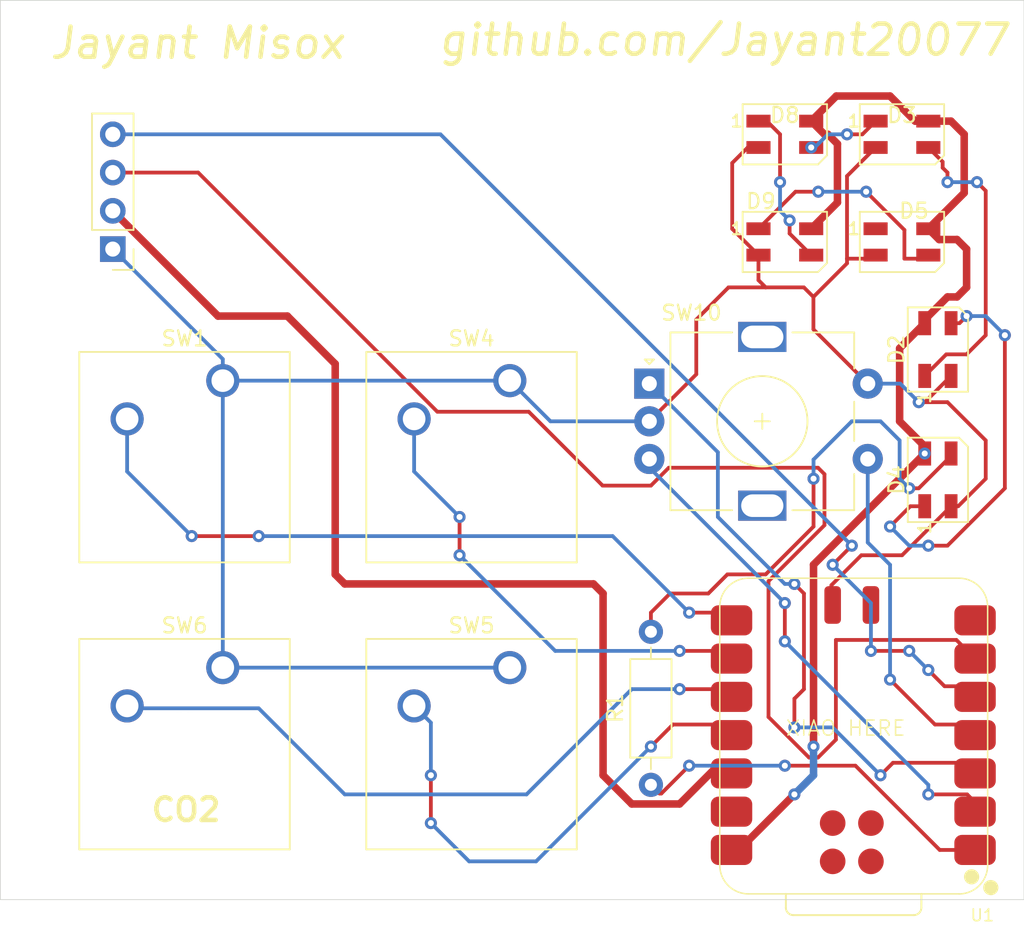
<source format=kicad_pcb>
(kicad_pcb (version 20241229) (generator "pcbnew") (generator_version "9.0")
  (layers (0 "F.Cu" signal) (2 "B.Cu" signal) (13 "F.Paste" user) (15 "B.Paste" user) (5 "F.SilkS" user "F.Silkscreen") (7 "B.SilkS" user "B.Silkscreen") (1 "F.Mask" user) (3 "B.Mask" user) (25 "Edge.Cuts" user))
  (net 0 "")
  (net 1 "GND")
  (net 2 "Net-(D2-DOUT)")
  (net 3 "Net-(D2-DIN)")
  (net 4 "+5V")
  (net 5 "Net-(D3-DOUT)")
  (net 6 "Net-(D5-DIN)")
  (net 7 "Net-(D8-DOUT)")
  (net 8 "+3.3V")
  (net 9 "Net-(J1-Pin_3)")
  (net 10 "Net-(J1-Pin_4)")
  (net 11 "Net-(U1-GPIO26_A0_D0)")
  (net 12 "Net-(U1-GPIO1_D7_CSn_RX)")
  (net 13 "Net-(U1-GPIO2_D8_SCK)")
  (net 14 "Net-(U1-GPIO3_D10_MOSI)")
  (net 15 "Net-(U1-GPIO4_D9_MISO)")
  (net 16 "Net-(U1-GPIO28_A2_D2)")
  (net 17 "Net-(U1-GPIO29_A3_D3)")
  (net 18 "Net-(U1-GPIO27_A1_D1)")
  (net 26 "Net-(D4-DIN)")
  (footprint "Connector_PinHeader_2.54mm:PinHeader_1x04_P2.54mm_Vertical" (layer "F.Cu") (at 80.48625 92.71 180)
    (property "Reference" "J1" (hide yes))
    (property "Value" "Conn_01x04" (hide yes))
    (fp_line (start 1.38 1.27) (end 1.38 9) (stroke (width 0.12)) (layer "F.SilkS"))
    (fp_line (start -1.38 9) (end 1.38 9) (stroke (width 0.12)) (layer "F.SilkS"))
    (fp_line (start -1.38 1.27) (end 1.38 1.27) (stroke (width 0.12)) (layer "F.SilkS"))
    (fp_line (start -1.38 1.27) (end -1.38 9) (stroke (width 0.12)) (layer "F.SilkS"))
    (fp_line (start -1.38 0) (end -1.38 -1.38) (stroke (width 0.12)) (layer "F.SilkS"))
    (fp_line (start -1.38 -1.38) (end 0 -1.38) (stroke (width 0.12)) (layer "F.SilkS"))
    (pad "1" thru_hole rect (at 0 0 180) (size 1.7 1.7) (drill 1) (layers "*.Cu" "*.Mask") (net 1 "GND"))
    (pad "2" thru_hole circle (at 0 2.54 180) (size 1.7 1.7) (drill 1) (layers "*.Cu" "*.Mask") (net 8 "+3.3V"))
    (pad "3" thru_hole circle (at 0 5.08 180) (size 1.7 1.7) (drill 1) (layers "*.Cu" "*.Mask") (net 9 "Net-(J1-Pin_3)"))
    (pad "4" thru_hole circle (at 0 7.62 180) (size 1.7 1.7) (drill 1) (layers "*.Cu" "*.Mask") (net 10 "Net-(J1-Pin_4)"))
  )
  (footprint "Button_Switch_Keyboard:SW_Cherry_MX_1.00u_PCB" (layer "F.Cu") (at 87.78875 101.44125)
    (property "Reference" "SW1" (at -2.54 -2.794 0) (layer "F.SilkS"))
    (property "Value" "SW_Push")
    (fp_line (start -9.525 -1.905) (end 4.445 -1.905) (stroke (width 0.12)) (layer "F.SilkS"))
    (fp_line (start -9.525 12.065) (end -9.525 -1.905) (stroke (width 0.12)) (layer "F.SilkS"))
    (fp_line (start 4.445 -1.905) (end 4.445 12.065) (stroke (width 0.12)) (layer "F.SilkS"))
    (fp_line (start 4.445 12.065) (end -9.525 12.065) (stroke (width 0.12)) (layer "F.SilkS"))
    (pad "" np_thru_hole circle (at -7.62 5.08) (size 1.7 1.7) (drill 1.7) (layers "*.Cu" "*.Mask"))
    (pad "" np_thru_hole circle (at -2.54 5.08) (size 4 4) (drill 4) (layers "*.Cu" "*.Mask"))
    (pad "" np_thru_hole circle (at 2.54 5.08) (size 1.7 1.7) (drill 1.7) (layers "*.Cu" "*.Mask"))
    (pad "1" thru_hole circle (at 0 0) (size 2.2 2.2) (drill 1.5) (layers "*.Cu" "*.Mask") (net 1 "GND"))
    (pad "2" thru_hole circle (at -6.35 2.54) (size 2.2 2.2) (drill 1.5) (layers "*.Cu" "*.Mask") (net 12 "Net-(U1-GPIO1_D7_CSn_RX)"))
  )
  (footprint "Button_Switch_Keyboard:SW_Cherry_MX_1.00u_PCB" (layer "F.Cu") (at 106.83875 101.44125)
    (property "Reference" "SW4" (at -2.54 -2.794 0) (layer "F.SilkS"))
    (property "Value" "SW_Push")
    (fp_line (start -9.525 -1.905) (end 4.445 -1.905) (stroke (width 0.12)) (layer "F.SilkS"))
    (fp_line (start -9.525 12.065) (end -9.525 -1.905) (stroke (width 0.12)) (layer "F.SilkS"))
    (fp_line (start 4.445 -1.905) (end 4.445 12.065) (stroke (width 0.12)) (layer "F.SilkS"))
    (fp_line (start 4.445 12.065) (end -9.525 12.065) (stroke (width 0.12)) (layer "F.SilkS"))
    (pad "" np_thru_hole circle (at -7.62 5.08) (size 1.7 1.7) (drill 1.7) (layers "*.Cu" "*.Mask"))
    (pad "" np_thru_hole circle (at -2.54 5.08) (size 4 4) (drill 4) (layers "*.Cu" "*.Mask"))
    (pad "" np_thru_hole circle (at 2.54 5.08) (size 1.7 1.7) (drill 1.7) (layers "*.Cu" "*.Mask"))
    (pad "1" thru_hole circle (at 0 0) (size 2.2 2.2) (drill 1.5) (layers "*.Cu" "*.Mask") (net 1 "GND"))
    (pad "2" thru_hole circle (at -6.35 2.54) (size 2.2 2.2) (drill 1.5) (layers "*.Cu" "*.Mask") (net 13 "Net-(U1-GPIO2_D8_SCK)"))
  )
  (footprint "LED_SMD:LED_SK6812MINI_PLCC4_3.5x3.5mm_P1.75mm" (layer "F.Cu") (at 132.87 85.09)
    (property "Reference" "D3" (at 0 -1.27 0) (layer "F.SilkS"))
    (property "Value" "SK6812MINI" (hide yes))
    (fp_line (start -2.8 -2) (end -2.8 2) (stroke (width 0.12)) (layer "F.SilkS"))
    (fp_line (start -2.8 -2) (end 2.8 -2) (stroke (width 0.12)) (layer "F.SilkS"))
    (fp_line (start -2.8 2) (end 2.2 2) (stroke (width 0.12)) (layer "F.SilkS"))
    (fp_line (start 2.8 1.4) (end 2.2 2) (stroke (width 0.12)) (layer "F.SilkS"))
    (fp_line (start 2.8 1.4) (end 2.8 -2) (stroke (width 0.12)) (layer "F.SilkS"))
    (fp_text user "1" (at -3.2 -0.875 0) (layer "F.SilkS") (effects (font (size 0.8 0.8))))
    (pad "1" smd rect (at -1.75 -0.875) (size 1.6 0.85) (layers "F.Cu" "F.Mask" "F.Paste") (net 5 "Net-(D3-DOUT)"))
    (pad "2" smd rect (at -1.75 0.875) (size 1.6 0.85) (layers "F.Cu" "F.Mask" "F.Paste") (net 1 "GND"))
    (pad "3" smd rect (at 1.75 0.875) (size 1.6 0.85) (layers "F.Cu" "F.Mask" "F.Paste") (net 2 "Net-(D2-DOUT)"))
    (pad "4" smd rect (at 1.75 -0.875) (size 1.6 0.85) (layers "F.Cu" "F.Mask" "F.Paste") (net 4 "+5V"))
  )
  (footprint "LED_SMD:LED_SK6812MINI_PLCC4_3.5x3.5mm_P1.75mm" (layer "F.Cu") (at 125.095 92.23375)
    (property "Reference" "D9" (at -1.5875 -2.69875 0) (layer "F.SilkS"))
    (property "Value" "SK6812MINI" (hide yes))
    (fp_line (start -2.8 -2) (end -2.8 2) (stroke (width 0.12)) (layer "F.SilkS"))
    (fp_line (start -2.8 -2) (end 2.8 -2) (stroke (width 0.12)) (layer "F.SilkS"))
    (fp_line (start -2.8 2) (end 2.2 2) (stroke (width 0.12)) (layer "F.SilkS"))
    (fp_line (start 2.8 1.4) (end 2.2 2) (stroke (width 0.12)) (layer "F.SilkS"))
    (fp_line (start 2.8 1.4) (end 2.8 -2) (stroke (width 0.12)) (layer "F.SilkS"))
    (fp_text user "1" (at -3.2 -0.875 0) (layer "F.SilkS") (effects (font (size 0.8 0.8))))
    (pad "1" smd rect (at -1.75 -0.875) (size 1.6 0.85) (layers "F.Cu" "F.Mask" "F.Paste") (net 6 "Net-(D5-DIN)"))
    (pad "2" smd rect (at -1.75 0.875) (size 1.6 0.85) (layers "F.Cu" "F.Mask" "F.Paste") (net 1 "GND"))
    (pad "3" smd rect (at 1.75 0.875) (size 1.6 0.85) (layers "F.Cu" "F.Mask" "F.Paste") (net 7 "Net-(D8-DOUT)"))
    (pad "4" smd rect (at 1.75 -0.875) (size 1.6 0.85) (layers "F.Cu" "F.Mask" "F.Paste") (net 4 "+5V"))
  )
  (footprint "Button_Switch_Keyboard:SW_Cherry_MX_1.00u_PCB" (layer "F.Cu") (at 87.78875 120.49125)
    (property "Reference" "SW6" (at -2.54 -2.794 0) (layer "F.SilkS"))
    (property "Value" "SW_Push")
    (fp_line (start -9.525 -1.905) (end 4.445 -1.905) (stroke (width 0.12)) (layer "F.SilkS"))
    (fp_line (start -9.525 12.065) (end -9.525 -1.905) (stroke (width 0.12)) (layer "F.SilkS"))
    (fp_line (start 4.445 -1.905) (end 4.445 12.065) (stroke (width 0.12)) (layer "F.SilkS"))
    (fp_line (start 4.445 12.065) (end -9.525 12.065) (stroke (width 0.12)) (layer "F.SilkS"))
    (pad "" np_thru_hole circle (at -7.62 5.08) (size 1.7 1.7) (drill 1.7) (layers "*.Cu" "*.Mask"))
    (pad "" np_thru_hole circle (at -2.54 5.08) (size 4 4) (drill 4) (layers "*.Cu" "*.Mask"))
    (pad "" np_thru_hole circle (at 2.54 5.08) (size 1.7 1.7) (drill 1.7) (layers "*.Cu" "*.Mask"))
    (pad "1" thru_hole circle (at 0 0) (size 2.2 2.2) (drill 1.5) (layers "*.Cu" "*.Mask") (net 1 "GND"))
    (pad "2" thru_hole circle (at -6.35 2.54) (size 2.2 2.2) (drill 1.5) (layers "*.Cu" "*.Mask") (net 15 "Net-(U1-GPIO4_D9_MISO)"))
  )
  (footprint "Resistor_THT:R_Axial_DIN0207_L6.3mm_D2.5mm_P10.16mm_Horizontal" (layer "F.Cu") (at 116.205 128.27 90)
    (property "Reference" "R1" (at 5.08 -2.37 90) (layer "F.SilkS"))
    (property "Value" "R")
    (fp_line (start 9.12 0) (end 8.35 0) (stroke (width 0.12)) (layer "F.SilkS"))
    (fp_line (start 1.04 0) (end 1.81 0) (stroke (width 0.12)) (layer "F.SilkS"))
    (fp_rect (start 1.81 -1.37) (end 8.35 1.37) (stroke (width 0.12)) (fill no) (layer "F.SilkS"))
    (pad "1" thru_hole circle (at 0 0 90) (size 1.6 1.6) (drill 0.8) (layers "*.Cu" "*.Mask") (net 11 "Net-(U1-GPIO26_A0_D0)"))
    (pad "2" thru_hole circle (at 10.16 0 90) (size 1.6 1.6) (drill 0.8) (layers "*.Cu" "*.Mask") (net 26 "Net-(D4-DIN)"))
  )
  (footprint "Rotary_Encoder:RotaryEncoder_Alps_EC11E-Switch_Vertical_H20mm" (layer "F.Cu") (at 116.09875 101.64)
    (property "Reference" "SW10" (at 2.8 -4.7 0) (layer "F.SilkS"))
    (property "Value" "RotaryEncoder_Switch")
    (fp_line (start -0.3 -1.6) (end 0.3 -1.6) (stroke (width 0.12)) (layer "F.SilkS"))
    (fp_line (start 0 -1.3) (end -0.3 -1.6) (stroke (width 0.12)) (layer "F.SilkS"))
    (fp_line (start 0.3 -1.6) (end 0 -1.3) (stroke (width 0.12)) (layer "F.SilkS"))
    (fp_line (start 1.4 -3.4) (end 1.4 8.4) (stroke (width 0.12)) (layer "F.SilkS"))
    (fp_line (start 5.5 -3.4) (end 1.4 -3.4) (stroke (width 0.12)) (layer "F.SilkS"))
    (fp_line (start 5.5 8.4) (end 1.4 8.4) (stroke (width 0.12)) (layer "F.SilkS"))
    (fp_line (start 7 2.5) (end 8 2.5) (stroke (width 0.12)) (layer "F.SilkS"))
    (fp_line (start 7.5 2) (end 7.5 3) (stroke (width 0.12)) (layer "F.SilkS"))
    (fp_line (start 9.5 -3.4) (end 13.6 -3.4) (stroke (width 0.12)) (layer "F.SilkS"))
    (fp_line (start 13.6 -3.4) (end 13.6 -1) (stroke (width 0.12)) (layer "F.SilkS"))
    (fp_line (start 13.6 1.2) (end 13.6 3.8) (stroke (width 0.12)) (layer "F.SilkS"))
    (fp_line (start 13.6 6) (end 13.6 8.4) (stroke (width 0.12)) (layer "F.SilkS"))
    (fp_line (start 13.6 8.4) (end 9.5 8.4) (stroke (width 0.12)) (layer "F.SilkS"))
    (fp_circle (center 7.5 2.5) (end 10.5 2.5) (stroke (width 0.12)) (fill no) (layer "F.SilkS"))
    (pad "A" thru_hole rect (at 0 0) (size 2 2) (drill 1) (layers "*.Cu" "*.Mask") (net 16 "Net-(U1-GPIO28_A2_D2)"))
    (pad "B" thru_hole circle (at 0 5) (size 2 2) (drill 1) (layers "*.Cu" "*.Mask") (net 18 "Net-(U1-GPIO27_A1_D1)"))
    (pad "C" thru_hole circle (at 0 2.5) (size 2 2) (drill 1) (layers "*.Cu" "*.Mask") (net 1 "GND"))
    (pad "MP" thru_hole rect (at 7.5 -3.1) (size 3.2 2) (drill oval 2.8 1.5) (layers "*.Cu" "*.Mask"))
    (pad "MP" thru_hole rect (at 7.5 8.1) (size 3.2 2) (drill oval 2.8 1.5) (layers "*.Cu" "*.Mask"))
    (pad "S1" thru_hole circle (at 14.5 5) (size 2 2) (drill 1) (layers "*.Cu" "*.Mask") (net 17 "Net-(U1-GPIO29_A3_D3)"))
    (pad "S2" thru_hole circle (at 14.5 0) (size 2 2) (drill 1) (layers "*.Cu" "*.Mask") (net 1 "GND"))
  )
  (footprint "LED_SMD:LED_SK6812MINI_PLCC4_3.5x3.5mm_P1.75mm" (layer "F.Cu") (at 135.255 108.0275 90)
    (property "Reference" "D4" (at 0 -2.75 90) (layer "F.SilkS"))
    (property "Value" "SK6812MINI" (hide yes))
    (fp_line (start -2.8 -2) (end 2.8 -2) (stroke (width 0.12)) (layer "F.SilkS"))
    (fp_line (start -2.8 -2) (end -2.8 2) (stroke (width 0.12)) (layer "F.SilkS"))
    (fp_line (start 2.8 1.4) (end 2.8 -2) (stroke (width 0.12)) (layer "F.SilkS"))
    (fp_line (start 2.8 1.4) (end 2.2 2) (stroke (width 0.12)) (layer "F.SilkS"))
    (fp_line (start -2.8 2) (end 2.2 2) (stroke (width 0.12)) (layer "F.SilkS"))
    (fp_text user "1" (at -3.2 -0.875 90) (layer "F.SilkS") (effects (font (size 0.8 0.8))))
    (pad "1" smd rect (at -1.75 -0.875 90) (size 1.6 0.85) (layers "F.Cu" "F.Mask" "F.Paste") (net 3 "Net-(D2-DIN)"))
    (pad "2" smd rect (at -1.75 0.875 90) (size 1.6 0.85) (layers "F.Cu" "F.Mask" "F.Paste") (net 1 "GND"))
    (pad "3" smd rect (at 1.75 0.875 90) (size 1.6 0.85) (layers "F.Cu" "F.Mask" "F.Paste") (net 26 "Net-(D4-DIN)"))
    (pad "4" smd rect (at 1.75 -0.875 90) (size 1.6 0.85) (layers "F.Cu" "F.Mask" "F.Paste") (net 4 "+5V"))
  )
  (footprint "opl:XIAO-RP2040-SMD" (layer "F.Cu") (at 129.722 124.972 180)
    (property "Reference" "U1" (at -9.335 -11.5 0) (layer "F.SilkS") (effects (font (size 0.78232 0.78232) (thickness 0.10668)) (justify right top)))
    (property "Value" "XIAO-RP2040-SMD" (hide yes))
    (fp_line (start 8.945 8.513) (end 8.945 -8.632) (stroke (width 0.1)) (layer "F.SilkS"))
    (fp_line (start 7.04 -10.537) (end -6.93 -10.537) (stroke (width 0.1)) (layer "F.SilkS"))
    (fp_line (start 4.559 -11.447) (end 4.559 -10.537) (stroke (width 0.127)) (layer "F.SilkS"))
    (fp_line (start -3.936272 -11.947) (end 4.059 -11.947) (stroke (width 0.127)) (layer "F.SilkS"))
    (fp_line (start -4.44 -10.537) (end -4.436272 -11.447272) (stroke (width 0.127)) (layer "F.SilkS"))
    (fp_line (start -6.93 10.418) (end 7.04 10.418) (stroke (width 0.1)) (layer "F.SilkS"))
    (fp_line (start -8.835 8.513) (end -8.835 -8.632) (stroke (width 0.1)) (layer "F.SilkS"))
    (fp_arc (start 8.945 8.513) (mid 8.387038 9.860038) (end 7.04 10.418) (stroke (width 0.1)) (layer "F.SilkS"))
    (fp_arc (start 7.04 -10.537) (mid 8.387038 -9.979038) (end 8.945 -8.632) (stroke (width 0.1)) (layer "F.SilkS"))
    (fp_arc (start 4.059 -11.947) (mid 4.412553 -11.800553) (end 4.559 -11.447) (stroke (width 0.127)) (layer "F.SilkS"))
    (fp_arc (start -4.436272 -11.447272) (mid -4.289724 -11.800644) (end -3.936272 -11.947) (stroke (width 0.127)) (layer "F.SilkS"))
    (fp_arc (start -6.93 10.418) (mid -8.277038 9.860038) (end -8.835 8.513) (stroke (width 0.1)) (layer "F.SilkS"))
    (fp_arc (start -8.835 -8.636) (mid -8.277038 -9.983038) (end -6.93 -10.541) (stroke (width 0.1)) (layer "F.SilkS"))
    (fp_circle (center -7.771 -9.404) (end -7.771 -9.658) (stroke (width 0.5)) (fill yes) (layer "F.SilkS"))
    (fp_circle (center -9.045 -10.121) (end -9.045 -10.375) (stroke (width 0.5)) (fill yes) (layer "F.SilkS"))
    (pad "1" smd roundrect (at -8 -7.62 180) (size 2.75 2) (layers "F.Cu" "F.Mask" "F.Paste") (net 11 "Net-(U1-GPIO26_A0_D0)"))
    (pad "2" smd roundrect (at -8 -5.08 180) (size 2.75 2) (layers "F.Cu" "F.Mask" "F.Paste") (net 18 "Net-(U1-GPIO27_A1_D1)"))
    (pad "3" smd roundrect (at -8 -2.54 180) (size 2.75 2) (layers "F.Cu" "F.Mask" "F.Paste") (net 16 "Net-(U1-GPIO28_A2_D2)"))
    (pad "4" smd roundrect (at -8 0 180) (size 2.75 2) (layers "F.Cu" "F.Mask" "F.Paste") (net 17 "Net-(U1-GPIO29_A3_D3)"))
    (pad "5" smd roundrect (at -8 2.54 180) (size 2.75 2) (layers "F.Cu" "F.Mask" "F.Paste") (net 10 "Net-(J1-Pin_4)"))
    (pad "6" smd roundrect (at -8 5.08 180) (size 2.75 2) (layers "F.Cu" "F.Mask" "F.Paste") (net 9 "Net-(J1-Pin_3)"))
    (pad "7" smd roundrect (at -8 7.62 180) (size 2.75 2) (layers "F.Cu" "F.Mask" "F.Paste"))
    (pad "8" smd roundrect (at 8.165 7.62 180) (size 2.75 2) (layers "F.Cu" "F.Mask" "F.Paste") (net 12 "Net-(U1-GPIO1_D7_CSn_RX)"))
    (pad "9" smd roundrect (at 8.165 5.08 180) (size 2.75 2) (layers "F.Cu" "F.Mask" "F.Paste") (net 13 "Net-(U1-GPIO2_D8_SCK)"))
    (pad "10" smd roundrect (at 8.165 2.54 180) (size 2.75 2) (layers "F.Cu" "F.Mask" "F.Paste") (net 15 "Net-(U1-GPIO4_D9_MISO)"))
    (pad "11" smd roundrect (at 8.165 0 180) (size 2.75 2) (layers "F.Cu" "F.Mask" "F.Paste") (net 14 "Net-(U1-GPIO3_D10_MOSI)"))
    (pad "12" smd roundrect (at 8.165 -2.54 180) (size 2.75 2) (layers "F.Cu" "F.Mask" "F.Paste") (net 8 "+3.3V"))
    (pad "13" smd roundrect (at 8.165 -5.08 180) (size 2.75 2) (layers "F.Cu" "F.Mask" "F.Paste"))
    (pad "14" smd roundrect (at 8.165 -7.62 180) (size 2.75 2) (layers "F.Cu" "F.Mask" "F.Paste") (net 4 "+5V"))
    (pad "15" smd roundrect (at -1.088 8.64 90) (size 2.5 1.1) (layers "F.Cu" "F.Mask" "F.Paste"))
    (pad "16" smd roundrect (at 1.452 8.64 90) (size 2.5 1.1) (layers "F.Cu" "F.Mask" "F.Paste") (net 1 "GND"))
    (pad "17" smd circle (at -1.088 -8.378 180) (size 1.7 1.7) (layers "F.Cu" "F.Mask" "F.Paste"))
    (pad "18" smd circle (at 1.452 -8.378 180) (size 1.7 1.7) (layers "F.Cu" "F.Mask" "F.Paste"))
    (pad "19" smd circle (at -1.088 -5.838 180) (size 1.7 1.7) (layers "F.Cu" "F.Mask" "F.Paste"))
    (pad "20" smd circle (at 1.452 -5.838 180) (size 1.7 1.7) (layers "F.Cu" "F.Mask" "F.Paste"))
  )
  (footprint "LED_SMD:LED_SK6812MINI_PLCC4_3.5x3.5mm_P1.75mm" (layer "F.Cu") (at 125.095 85.09)
    (property "Reference" "D8" (at 0 -1.27 0) (layer "F.SilkS"))
    (property "Value" "SK6812MINI" (hide yes))
    (fp_line (start -2.8 -2) (end -2.8 2) (stroke (width 0.12)) (layer "F.SilkS"))
    (fp_line (start -2.8 -2) (end 2.8 -2) (stroke (width 0.12)) (layer "F.SilkS"))
    (fp_line (start -2.8 2) (end 2.2 2) (stroke (width 0.12)) (layer "F.SilkS"))
    (fp_line (start 2.8 1.4) (end 2.2 2) (stroke (width 0.12)) (layer "F.SilkS"))
    (fp_line (start 2.8 1.4) (end 2.8 -2) (stroke (width 0.12)) (layer "F.SilkS"))
    (fp_text user "1" (at -3.2 -0.875 0) (layer "F.SilkS") (effects (font (size 0.8 0.8))))
    (pad "1" smd rect (at -1.75 -0.875) (size 1.6 0.85) (layers "F.Cu" "F.Mask" "F.Paste") (net 7 "Net-(D8-DOUT)"))
    (pad "2" smd rect (at -1.75 0.875) (size 1.6 0.85) (layers "F.Cu" "F.Mask" "F.Paste") (net 1 "GND"))
    (pad "3" smd rect (at 1.75 0.875) (size 1.6 0.85) (layers "F.Cu" "F.Mask" "F.Paste") (net 5 "Net-(D3-DOUT)"))
    (pad "4" smd rect (at 1.75 -0.875) (size 1.6 0.85) (layers "F.Cu" "F.Mask" "F.Paste") (net 4 "+5V"))
  )
  (footprint "LED_SMD:LED_SK6812MINI_PLCC4_3.5x3.5mm_P1.75mm" (layer "F.Cu") (at 132.87 92.23375)
    (property "Reference" "D5" (at 0.7975 -2.06375 0) (layer "F.SilkS"))
    (property "Value" "SK6812MINI" (hide yes))
    (fp_line (start -2.8 -2) (end -2.8 2) (stroke (width 0.12)) (layer "F.SilkS"))
    (fp_line (start -2.8 -2) (end 2.8 -2) (stroke (width 0.12)) (layer "F.SilkS"))
    (fp_line (start -2.8 2) (end 2.2 2) (stroke (width 0.12)) (layer "F.SilkS"))
    (fp_line (start 2.8 1.4) (end 2.2 2) (stroke (width 0.12)) (layer "F.SilkS"))
    (fp_line (start 2.8 1.4) (end 2.8 -2) (stroke (width 0.12)) (layer "F.SilkS"))
    (fp_text user "1" (at -3.2 -0.875 0) (layer "F.SilkS") (effects (font (size 0.8 0.8))))
    (pad "1" smd rect (at -1.75 -0.875) (size 1.6 0.85) (layers "F.Cu" "F.Mask" "F.Paste"))
    (pad "2" smd rect (at -1.75 0.875) (size 1.6 0.85) (layers "F.Cu" "F.Mask" "F.Paste") (net 1 "GND"))
    (pad "3" smd rect (at 1.75 0.875) (size 1.6 0.85) (layers "F.Cu" "F.Mask" "F.Paste") (net 6 "Net-(D5-DIN)"))
    (pad "4" smd rect (at 1.75 -0.875) (size 1.6 0.85) (layers "F.Cu" "F.Mask" "F.Paste") (net 4 "+5V"))
  )
  (footprint "Button_Switch_Keyboard:SW_Cherry_MX_1.00u_PCB" (layer "F.Cu") (at 106.83875 120.49125)
    (property "Reference" "SW5" (at -2.54 -2.794 0) (layer "F.SilkS"))
    (property "Value" "SW_Push")
    (fp_line (start -9.525 -1.905) (end 4.445 -1.905) (stroke (width 0.12)) (layer "F.SilkS"))
    (fp_line (start -9.525 12.065) (end -9.525 -1.905) (stroke (width 0.12)) (layer "F.SilkS"))
    (fp_line (start 4.445 -1.905) (end 4.445 12.065) (stroke (width 0.12)) (layer "F.SilkS"))
    (fp_line (start 4.445 12.065) (end -9.525 12.065) (stroke (width 0.12)) (layer "F.SilkS"))
    (pad "" np_thru_hole circle (at -7.62 5.08) (size 1.7 1.7) (drill 1.7) (layers "*.Cu" "*.Mask"))
    (pad "" np_thru_hole circle (at -2.54 5.08) (size 4 4) (drill 4) (layers "*.Cu" "*.Mask"))
    (pad "" np_thru_hole circle (at 2.54 5.08) (size 1.7 1.7) (drill 1.7) (layers "*.Cu" "*.Mask"))
    (pad "1" thru_hole circle (at 0 0) (size 2.2 2.2) (drill 1.5) (layers "*.Cu" "*.Mask") (net 1 "GND"))
    (pad "2" thru_hole circle (at -6.35 2.54) (size 2.2 2.2) (drill 1.5) (layers "*.Cu" "*.Mask") (net 14 "Net-(U1-GPIO3_D10_MOSI)"))
  )
  (footprint "LED_SMD:LED_SK6812MINI_PLCC4_3.5x3.5mm_P1.75mm" (layer "F.Cu") (at 135.255 99.3775 90)
    (property "Reference" "D2" (at 0 -2.75 90) (layer "F.SilkS"))
    (property "Value" "SK6812MINI" (hide yes))
    (fp_line (start -2.8 -2) (end 2.8 -2) (stroke (width 0.12)) (layer "F.SilkS"))
    (fp_line (start -2.8 -2) (end -2.8 2) (stroke (width 0.12)) (layer "F.SilkS"))
    (fp_line (start 2.8 1.4) (end 2.8 -2) (stroke (width 0.12)) (layer "F.SilkS"))
    (fp_line (start 2.8 1.4) (end 2.2 2) (stroke (width 0.12)) (layer "F.SilkS"))
    (fp_line (start -2.8 2) (end 2.2 2) (stroke (width 0.12)) (layer "F.SilkS"))
    (fp_text user "1" (at -3.2 -0.875 90) (layer "F.SilkS") (effects (font (size 0.8 0.8))))
    (pad "1" smd rect (at -1.75 -0.875 90) (size 1.6 0.85) (layers "F.Cu" "F.Mask" "F.Paste") (net 2 "Net-(D2-DOUT)"))
    (pad "2" smd rect (at -1.75 0.875 90) (size 1.6 0.85) (layers "F.Cu" "F.Mask" "F.Paste") (net 1 "GND"))
    (pad "3" smd rect (at 1.75 0.875 90) (size 1.6 0.85) (layers "F.Cu" "F.Mask" "F.Paste") (net 3 "Net-(D2-DIN)"))
    (pad "4" smd rect (at 1.75 -0.875 90) (size 1.6 0.85) (layers "F.Cu" "F.Mask" "F.Paste") (net 4 "+5V"))
  )
  (gr_rect (start 73.025 76.2) (end 140.97 135.89) (stroke (width 0.05)) (fill no) (layer "Edge.Cuts"))
  (gr_text "CO2" (at 82.9 130.8 0) (layer "F.SilkS") (effects (font (size 1.5 1.5) (thickness 0.3) (bold yes)) (justify left bottom)))
  (gr_text "XIAO HERE" (at 125.095 125.095 0) (layer "F.SilkS") (effects (font (size 1 1) (thickness 0.1)) (justify left bottom)))
  (gr_text "github.com/Jayant20077" (at 102 80 0) (layer "F.SilkS") (effects (font (size 2 2) (thickness 0.3) (bold yes) (italic yes)) (justify left bottom)))
  (gr_text "Jayant Misox" (at 76.2 80.2 0) (layer "F.SilkS") (effects (font (size 2 2) (thickness 0.3) (bold yes) (italic yes)) (justify left bottom)))
  (segment (start 132.8775 113.03) (end 130.175 113.03) (width 0.25) (layer "F.Cu") (net 1))
  (segment (start 123.345 94.77) (end 123.825 95.25) (width 0.25) (layer "F.Cu") (net 1))
  (segment (start 136.13 109.7775) (end 136.6025 109.7775) (width 0.25) (layer "F.Cu") (net 1))
  (segment (start 121.35875 95.25) (end 123.825 95.25) (width 0.25) (layer "F.Cu") (net 1))
  (segment (start 129.2225 87.8625) (end 129.2225 93.345) (width 0.25) (layer "F.Cu") (net 1))
  (segment (start 129.2225 87.8625) (end 131.12 85.965) (width 0.25) (layer "F.Cu") (net 1))
  (segment (start 138.43 107.95) (end 138.43 105.41) (width 0.25) (layer "F.Cu") (net 1))
  (segment (start 122.6325 85.965) (end 121.6025 86.995) (width 0.25) (layer "F.Cu") (net 1))
  (segment (start 129.2225 93.655) (end 126.9925 95.885) (width 0.25) (layer "F.Cu") (net 1))
  (segment (start 119.2175 101.02125) (end 116.09875 104.14) (width 0.25) (layer "F.Cu") (net 1))
  (segment (start 129.2225 93.345) (end 129.2225 93.655) (width 0.25) (layer "F.Cu") (net 1))
  (segment (start 126.3575 95.25) (end 126.9925 95.885) (width 0.25) (layer "F.Cu") (net 1))
  (segment (start 126.9925 95.885) (end 126.9925 98.03375) (width 0.25) (layer "F.Cu") (net 1))
  (segment (start 121.6025 91.36625) (end 123.345 93.10875) (width 0.25) (layer "F.Cu") (net 1))
  (segment (start 119.2175 101.02125) (end 119.2175 97.39125) (width 0.25) (layer "F.Cu") (net 1))
  (segment (start 133.985 102.87) (end 134.3875 102.87) (width 0.25) (layer "F.Cu") (net 1))
  (segment (start 130.88375 93.345) (end 129.2225 93.345) (width 0.25) (layer "F.Cu") (net 1))
  (segment (start 128.18425 115.02075) (end 128.18425 117.38925) (width 0.25) (layer "F.Cu") (net 1))
  (segment (start 131.12 93.10875) (end 130.88375 93.345) (width 0.25) (layer "F.Cu") (net 1))
  (segment (start 135.89 102.87) (end 133.985 102.87) (width 0.25) (layer "F.Cu") (net 1))
  (segment (start 123.345 85.965) (end 122.6325 85.965) (width 0.25) (layer "F.Cu") (net 1))
  (segment (start 130.175 113.03) (end 128.18425 115.02075) (width 0.25) (layer "F.Cu") (net 1))
  (segment (start 136.13 109.7775) (end 132.8775 113.03) (width 0.25) (layer "F.Cu") (net 1))
  (segment (start 126.9925 98.03375) (end 130.59875 101.64) (width 0.25) (layer "F.Cu") (net 1))
  (segment (start 123.825 95.25) (end 126.3575 95.25) (width 0.25) (layer "F.Cu") (net 1))
  (segment (start 121.6025 86.995) (end 121.6025 91.36625) (width 0.25) (layer "F.Cu") (net 1))
  (segment (start 136.6025 109.7775) (end 138.43 107.95) (width 0.25) (layer "F.Cu") (net 1))
  (segment (start 119.2175 97.39125) (end 121.35875 95.25) (width 0.25) (layer "F.Cu") (net 1))
  (segment (start 123.345 93.10875) (end 123.345 94.77) (width 0.25) (layer "F.Cu") (net 1))
  (segment (start 134.3875 102.87) (end 136.13 101.1275) (width 0.25) (layer "F.Cu") (net 1))
  (segment (start 138.43 105.41) (end 135.89 102.87) (width 0.25) (layer "F.Cu") (net 1))
  (via (at 133.985 102.87) (size 0.8) (drill 0.4) (layers "F.Cu" "B.Cu") (net 1))
  (segment (start 87.78875 120.49125) (end 106.83875 120.49125) (width 0.25) (layer "B.Cu") (net 1))
  (segment (start 87.78875 101.44125) (end 106.83875 101.44125) (width 0.25) (layer "B.Cu") (net 1))
  (segment (start 87.78875 101.44125) (end 87.78875 120.49125) (width 0.25) (layer "B.Cu") (net 1))
  (segment (start 87.78875 100.0125) (end 80.48625 92.71) (width 0.25) (layer "B.Cu") (net 1))
  (segment (start 87.78875 101.44125) (end 87.78875 100.0125) (width 0.25) (layer "B.Cu") (net 1))
  (segment (start 116.09875 104.14) (end 109.5375 104.14) (width 0.25) (layer "B.Cu") (net 1))
  (segment (start 130.59875 101.64) (end 132.755 101.64) (width 0.25) (layer "B.Cu") (net 1))
  (segment (start 132.755 101.64) (end 133.985 102.87) (width 0.25) (layer "B.Cu") (net 1))
  (segment (start 109.5375 104.14) (end 106.83875 101.44125) (width 0.25) (layer "B.Cu") (net 1))
  (segment (start 138.43 88.84375) (end 137.85125 88.265) (width 0.25) (layer "F.Cu") (net 2))
  (segment (start 138.43 98.425) (end 137.16 99.695) (width 0.25) (layer "F.Cu") (net 2))
  (segment (start 135.8125 99.695) (end 134.38 101.1275) (width 0.25) (layer "F.Cu") (net 2))
  (segment (start 135.89 88.265) (end 135.89 87.63) (width 0.25) (layer "F.Cu") (net 2))
  (segment (start 135.5725 87.3125) (end 135.5725 86.9175) (width 0.25) (layer "F.Cu") (net 2))
  (segment (start 135.89 87.63) (end 135.5725 87.3125) (width 0.25) (layer "F.Cu") (net 2))
  (segment (start 138.43 98.425) (end 138.43 88.84375) (width 0.25) (layer "F.Cu") (net 2))
  (segment (start 137.16 99.695) (end 135.8125 99.695) (width 0.25) (layer "F.Cu") (net 2))
  (segment (start 135.5725 86.9175) (end 134.62 85.965) (width 0.25) (layer "F.Cu") (net 2))
  (via (at 137.85125 88.265) (size 0.8) (drill 0.4) (layers "F.Cu" "B.Cu") (net 2))
  (via (at 135.89 88.265) (size 0.8) (drill 0.4) (layers "F.Cu" "B.Cu") (net 2))
  (segment (start 137.85125 88.265) (end 135.89 88.265) (width 0.25) (layer "B.Cu") (net 2))
  (segment (start 135.89 112.395) (end 134.62 112.395) (width 0.25) (layer "F.Cu") (net 3))
  (segment (start 139.7 108.585) (end 135.89 112.395) (width 0.25) (layer "F.Cu") (net 3))
  (segment (start 139.7 98.425) (end 139.7 108.585) (width 0.25) (layer "F.Cu") (net 3))
  (segment (start 136.6875 97.6275) (end 137.16 97.155) (width 0.25) (layer "F.Cu") (net 3))
  (segment (start 132.08 111.125) (end 133.4275 109.7775) (width 0.25) (layer "F.Cu") (net 3))
  (segment (start 136.13 97.6275) (end 136.6875 97.6275) (width 0.25) (layer "F.Cu") (net 3))
  (segment (start 133.4275 109.7775) (end 134.38 109.7775) (width 0.25) (layer "F.Cu") (net 3))
  (via (at 134.62 112.395) (size 0.8) (drill 0.4) (layers "F.Cu" "B.Cu") (net 3))
  (via (at 132.08 111.125) (size 0.8) (drill 0.4) (layers "F.Cu" "B.Cu") (net 3))
  (via (at 137.16 97.155) (size 0.8) (drill 0.4) (layers "F.Cu" "B.Cu") (net 3))
  (via (at 139.7 98.425) (size 0.8) (drill 0.4) (layers "F.Cu" "B.Cu") (net 3))
  (segment (start 132.08 111.125) (end 133.35 112.395) (width 0.25) (layer "B.Cu") (net 3))
  (segment (start 137.16 97.155) (end 138.43 97.155) (width 0.25) (layer "B.Cu") (net 3))
  (segment (start 134.62 112.395) (end 133.35 112.395) (width 0.25) (layer "B.Cu") (net 3))
  (segment (start 138.43 97.155) (end 139.7 98.425) (width 0.25) (layer "B.Cu") (net 3))
  (segment (start 127 125.73) (end 127 113.6575) (width 0.5) (layer "F.Cu") (net 4))
  (segment (start 134.62 91.35875) (end 135.33625 92.075) (width 0.5) (layer "F.Cu") (net 4))
  (segment (start 137.16 95.25) (end 136.525 95.885) (width 0.5) (layer "F.Cu") (net 4))
  (segment (start 136.12625 84.215) (end 137.00125 85.09) (width 0.5) (layer "F.Cu") (net 4))
  (segment (start 126.845 84.215) (end 127.72 85.09) (width 0.5) (layer "F.Cu") (net 4))
  (segment (start 127.72 85.09) (end 127.9525 85.09) (width 0.5) (layer "F.Cu") (net 4))
  (segment (start 137.16 92.71) (end 137.16 95.25) (width 0.5) (layer "F.Cu") (net 4))
  (segment (start 128.5875 89.61625) (end 126.845 91.35875) (width 0.5) (layer "F.Cu") (net 4))
  (segment (start 127.9525 85.09) (end 128.5875 85.725) (width 0.5) (layer "F.Cu") (net 4))
  (segment (start 132.715 99.2925) (end 134.38 97.6275) (width 0.5) (layer "F.Cu") (net 4))
  (segment (start 137.00125 88.9775) (end 134.62 91.35875) (width 0.5) (layer "F.Cu") (net 4))
  (segment (start 133.745 84.215) (end 132.08 82.55) (width 0.5) (layer "F.Cu") (net 4))
  (segment (start 121.557 132.592) (end 122.043 132.592) (width 0.5) (layer "F.Cu") (net 4))
  (segment (start 134.62 84.215) (end 133.745 84.215) (width 0.5) (layer "F.Cu") (net 4))
  (segment (start 128.51 82.55) (end 126.845 84.215) (width 0.5) (layer "F.Cu") (net 4))
  (segment (start 127 113.6575) (end 134.38 106.2775) (width 0.5) (layer "F.Cu") (net 4))
  (segment (start 135.33625 92.075) (end 136.525 92.075) (width 0.5) (layer "F.Cu") (net 4))
  (segment (start 134.38 106.2775) (end 134.38 105.805) (width 0.5) (layer "F.Cu") (net 4))
  (segment (start 132.715 104.14) (end 132.715 99.2925) (width 0.5) (layer "F.Cu") (net 4))
  (segment (start 134.38 97.395) (end 134.38 97.6275) (width 0.5) (layer "F.Cu") (net 4))
  (segment (start 136.525 92.075) (end 137.16 92.71) (width 0.5) (layer "F.Cu") (net 4))
  (segment (start 134.38 105.805) (end 132.715 104.14) (width 0.5) (layer "F.Cu") (net 4))
  (segment (start 136.525 95.885) (end 135.89 95.885) (width 0.5) (layer "F.Cu") (net 4))
  (segment (start 128.5875 85.725) (end 128.5875 89.61625) (width 0.5) (layer "F.Cu") (net 4))
  (segment (start 132.08 82.55) (end 128.51 82.55) (width 0.5) (layer "F.Cu") (net 4))
  (segment (start 134.62 84.215) (end 136.12625 84.215) (width 0.5) (layer "F.Cu") (net 4))
  (segment (start 135.89 95.885) (end 134.38 97.395) (width 0.5) (layer "F.Cu") (net 4))
  (segment (start 122.043 132.592) (end 125.73 128.905) (width 0.5) (layer "F.Cu") (net 4))
  (segment (start 137.00125 85.09) (end 137.00125 88.9775) (width 0.5) (layer "F.Cu") (net 4))
  (via (at 125.73 128.905) (size 0.8) (drill 0.4) (layers "F.Cu" "B.Cu") (net 4))
  (via (at 134.38 106.2775) (size 0.8) (drill 0.4) (layers "F.Cu" "B.Cu") (net 4))
  (via (at 127 125.73) (size 0.8) (drill 0.4) (layers "F.Cu" "B.Cu") (net 4))
  (segment (start 125.73 128.905) (end 127 127.635) (width 0.5) (layer "B.Cu") (net 4))
  (segment (start 127 127.635) (end 127 125.73) (width 0.5) (layer "B.Cu") (net 4))
  (segment (start 130.245 85.09) (end 129.2225 85.09) (width 0.25) (layer "F.Cu") (net 5))
  (segment (start 131.12 84.215) (end 130.245 85.09) (width 0.25) (layer "F.Cu") (net 5))
  (via (at 126.845 85.965) (size 0.8) (drill 0.4) (layers "F.Cu" "B.Cu") (net 5))
  (via (at 129.2225 85.09) (size 0.8) (drill 0.4) (layers "F.Cu" "B.Cu") (net 5))
  (segment (start 127.0775 85.965) (end 126.845 85.965) (width 0.25) (layer "B.Cu") (net 5))
  (segment (start 127.9525 85.09) (end 127.0775 85.965) (width 0.25) (layer "B.Cu") (net 5))
  (segment (start 129.2225 85.09) (end 127.9525 85.09) (width 0.25) (layer "B.Cu") (net 5))
  (segment (start 130.4925 88.9) (end 133.0325 91.44) (width 0.25) (layer "F.Cu") (net 6))
  (segment (start 123.345 91.35875) (end 125.80375 88.9) (width 0.25) (layer "F.Cu") (net 6))
  (segment (start 134.38375 93.345) (end 134.62 93.10875) (width 0.25) (layer "F.Cu") (net 6))
  (segment (start 133.0325 93.345) (end 134.38375 93.345) (width 0.25) (layer "F.Cu") (net 6))
  (segment (start 125.80375 88.9) (end 127.3175 88.9) (width 0.25) (layer "F.Cu") (net 6))
  (segment (start 133.0325 91.44) (end 133.0325 93.345) (width 0.25) (layer "F.Cu") (net 6))
  (via (at 127.3175 88.9) (size 0.8) (drill 0.4) (layers "F.Cu" "B.Cu") (net 6))
  (via (at 130.4925 88.9) (size 0.8) (drill 0.4) (layers "F.Cu" "B.Cu") (net 6))
  (segment (start 127.3175 88.9) (end 130.4925 88.9) (width 0.25) (layer "B.Cu") (net 6))
  (segment (start 125.4125 90.805) (end 125.4125 91.67625) (width 0.25) (layer "F.Cu") (net 7))
  (segment (start 124.7775 85.09) (end 124.7775 88.265) (width 0.25) (layer "F.Cu") (net 7))
  (segment (start 125.4125 91.67625) (end 126.845 93.10875) (width 0.25) (layer "F.Cu") (net 7))
  (segment (start 123.9025 84.215) (end 124.7775 85.09) (width 0.25) (layer "F.Cu") (net 7))
  (segment (start 123.345 84.215) (end 123.9025 84.215) (width 0.25) (layer "F.Cu") (net 7))
  (via (at 125.4125 90.805) (size 0.8) (drill 0.4) (layers "F.Cu" "B.Cu") (net 7))
  (via (at 124.7775 88.265) (size 0.8) (drill 0.4) (layers "F.Cu" "B.Cu") (net 7))
  (segment (start 124.7775 88.265) (end 124.7775 90.17) (width 0.25) (layer "B.Cu") (net 7))
  (segment (start 124.7775 90.17) (end 125.4125 90.805) (width 0.25) (layer "B.Cu") (net 7))
  (segment (start 95.885 114.935) (end 95.25 114.3) (width 0.5) (layer "F.Cu") (net 8))
  (segment (start 95.25 114.3) (end 95.25 100.33) (width 0.5) (layer "F.Cu") (net 8))
  (segment (start 112.395 114.935) (end 95.885 114.935) (width 0.5) (layer "F.Cu") (net 8))
  (segment (start 113.03 115.57) (end 112.395 114.935) (width 0.5) (layer "F.Cu") (net 8))
  (segment (start 92.075 97.155) (end 87.47125 97.155) (width 0.5) (layer "F.Cu") (net 8))
  (segment (start 118.11 129.54) (end 114.935 129.54) (width 0.5) (layer "F.Cu") (net 8))
  (segment (start 121.47125 126.8055) (end 120.8445 126.8055) (width 0.5) (layer "F.Cu") (net 8))
  (segment (start 95.25 100.33) (end 92.075 97.155) (width 0.5) (layer "F.Cu") (net 8))
  (segment (start 87.47125 97.155) (end 80.48625 90.17) (width 0.5) (layer "F.Cu") (net 8))
  (segment (start 114.935 129.54) (end 113.03 127.635) (width 0.5) (layer "F.Cu") (net 8))
  (segment (start 120.8445 126.8055) (end 118.11 129.54) (width 0.5) (layer "F.Cu") (net 8))
  (segment (start 113.03 127.635) (end 113.03 115.57) (width 0.5) (layer "F.Cu") (net 8))
  (segment (start 126.69928 126.456) (end 124.01181 123.76853) (width 0.25) (layer "F.Cu") (net 9))
  (segment (start 116.205 108.408998) (end 113.000324 108.408998) (width 0.25) (layer "F.Cu") (net 9))
  (segment (start 124.01181 123.76853) (end 124.01181 114.751) (width 0.25) (layer "F.Cu") (net 9))
  (segment (start 128.484438 118.654) (end 128.484438 125.272282) (width 0.25) (layer "F.Cu") (net 9))
  (segment (start 137.722 119.892) (end 136.484 118.654) (width 0.25) (layer "F.Cu") (net 9))
  (segment (start 113.000324 108.408998) (end 108.096326 103.505) (width 0.25) (layer "F.Cu") (net 9))
  (segment (start 136.484 118.654) (end 128.484438 118.654) (width 0.25) (layer "F.Cu") (net 9))
  (segment (start 102.029169 103.505) (end 86.154169 87.63) (width 0.25) (layer "F.Cu") (net 9))
  (segment (start 117.389998 107.224) (end 116.205 108.408998) (width 0.25) (layer "F.Cu") (net 9))
  (segment (start 86.154169 87.63) (end 80.48625 87.63) (width 0.25) (layer "F.Cu") (net 9))
  (segment (start 127.30072 107.224) (end 117.389998 107.224) (width 0.25) (layer "F.Cu") (net 9))
  (segment (start 124.01181 114.751) (end 127.726 111.03681) (width 0.25) (layer "F.Cu") (net 9))
  (segment (start 127.30072 126.456) (end 126.69928 126.456) (width 0.25) (layer "F.Cu") (net 9))
  (segment (start 127.726 111.03681) (end 127.726 107.64928) (width 0.25) (layer "F.Cu") (net 9))
  (segment (start 108.096326 103.505) (end 102.029169 103.505) (width 0.25) (layer "F.Cu") (net 9))
  (segment (start 128.484438 125.272282) (end 127.30072 126.456) (width 0.25) (layer "F.Cu") (net 9))
  (segment (start 127.726 107.64928) (end 127.30072 107.224) (width 0.25) (layer "F.Cu") (net 9))
  (segment (start 134.62 120.65) (end 135.6955 121.7255) (width 0.25) (layer "F.Cu") (net 10))
  (segment (start 135.6955 121.7255) (end 137.63625 121.7255) (width 0.25) (layer "F.Cu") (net 10))
  (segment (start 129.54 112.395) (end 128.27 113.665) (width 0.25) (layer "F.Cu") (net 10))
  (segment (start 130.81 119.38) (end 133.35 119.38) (width 0.25) (layer "F.Cu") (net 10))
  (via (at 129.54 112.395) (size 0.8) (drill 0.4) (layers "F.Cu" "B.Cu") (net 10))
  (via (at 130.81 119.38) (size 0.8) (drill 0.4) (layers "F.Cu" "B.Cu") (net 10))
  (via (at 128.27 113.665) (size 0.8) (drill 0.4) (layers "F.Cu" "B.Cu") (net 10))
  (via (at 134.62 120.65) (size 0.8) (drill 0.4) (layers "F.Cu" "B.Cu") (net 10))
  (via (at 133.35 119.38) (size 0.8) (drill 0.4) (layers "F.Cu" "B.Cu") (net 10))
  (segment (start 80.48625 85.09) (end 102.235 85.09) (width 0.25) (layer "B.Cu") (net 10))
  (segment (start 130.81 116.205) (end 130.81 119.38) (width 0.25) (layer "B.Cu") (net 10))
  (segment (start 133.35 119.38) (end 134.62 120.65) (width 0.25) (layer "B.Cu") (net 10))
  (segment (start 128.27 113.665) (end 130.81 116.205) (width 0.25) (layer "B.Cu") (net 10))
  (segment (start 102.235 85.09) (end 129.54 112.395) (width 0.25) (layer "B.Cu") (net 10))
  (segment (start 125.095 127) (end 129.78328 127) (width 0.25) (layer "F.Cu") (net 11))
  (segment (start 135.37528 132.592) (end 137.722 132.592) (width 0.25) (layer "F.Cu") (net 11))
  (segment (start 116.781 128.846) (end 116.899 128.846) (width 0.25) (layer "F.Cu") (net 11))
  (segment (start 116.899 128.846) (end 118.745 127) (width 0.25) (layer "F.Cu") (net 11))
  (segment (start 129.78328 127) (end 135.37528 132.592) (width 0.25) (layer "F.Cu") (net 11))
  (segment (start 116.205 128.27) (end 116.781 128.846) (width 0.25) (layer "F.Cu") (net 11))
  (via (at 125.095 127) (size 0.8) (drill 0.4) (layers "F.Cu" "B.Cu") (net 11))
  (via (at 118.745 127) (size 0.8) (drill 0.4) (layers "F.Cu" "B.Cu") (net 11))
  (segment (start 118.745 127) (end 125.095 127) (width 0.25) (layer "B.Cu") (net 11))
  (segment (start 118.745 116.84) (end 121.27675 116.84) (width 0.25) (layer "F.Cu") (net 12))
  (segment (start 85.725 111.76) (end 90.17 111.76) (width 0.25) (layer "F.Cu") (net 12))
  (via (at 90.17 111.76) (size 0.8) (drill 0.4) (layers "F.Cu" "B.Cu") (net 12))
  (via (at 118.745 116.84) (size 0.8) (drill 0.4) (layers "F.Cu" "B.Cu") (net 12))
  (via (at 85.725 111.76) (size 0.8) (drill 0.4) (layers "F.Cu" "B.Cu") (net 12))
  (segment (start 113.665 111.76) (end 118.745 116.84) (width 0.25) (layer "B.Cu") (net 12))
  (segment (start 81.43875 107.47375) (end 85.725 111.76) (width 0.25) (layer "B.Cu") (net 12))
  (segment (start 81.43875 103.98125) (end 81.43875 107.47375) (width 0.25) (layer "B.Cu") (net 12))
  (segment (start 90.17 111.76) (end 113.665 111.76) (width 0.25) (layer "B.Cu") (net 12))
  (segment (start 118.11 119.38) (end 121.27675 119.38) (width 0.25) (layer "F.Cu") (net 13))
  (segment (start 103.505 110.49) (end 103.505 113.03) (width 0.25) (layer "F.Cu") (net 13))
  (via (at 103.505 113.03) (size 0.8) (drill 0.4) (layers "F.Cu" "B.Cu") (net 13))
  (via (at 118.11 119.38) (size 0.8) (drill 0.4) (layers "F.Cu" "B.Cu") (net 13))
  (via (at 103.505 110.49) (size 0.8) (drill 0.4) (layers "F.Cu" "B.Cu") (net 13))
  (segment (start 103.505 113.03) (end 109.855 119.38) (width 0.25) (layer "B.Cu") (net 13))
  (segment (start 100.48875 107.47375) (end 103.505 110.49) (width 0.25) (layer "B.Cu") (net 13))
  (segment (start 100.48875 103.98125) (end 100.48875 107.47375) (width 0.25) (layer "B.Cu") (net 13))
  (segment (start 109.855 119.38) (end 118.11 119.38) (width 0.25) (layer "B.Cu") (net 13))
  (segment (start 117.6695 124.2655) (end 121.47125 124.2655) (width 0.25) (layer "F.Cu") (net 14))
  (segment (start 116.205 125.73) (end 117.6695 124.2655) (width 0.25) (layer "F.Cu") (net 14))
  (segment (start 101.6 127.635) (end 101.6 130.81) (width 0.25) (layer "F.Cu") (net 14))
  (via (at 101.6 130.81) (size 0.8) (drill 0.4) (layers "F.Cu" "B.Cu") (net 14))
  (via (at 116.205 125.73) (size 0.8) (drill 0.4) (layers "F.Cu" "B.Cu") (net 14))
  (via (at 101.6 127.635) (size 0.8) (drill 0.4) (layers "F.Cu" "B.Cu") (net 14))
  (segment (start 101.6 124.1425) (end 101.6 127.635) (width 0.25) (layer "B.Cu") (net 14))
  (segment (start 100.48875 123.03125) (end 101.6 124.1425) (width 0.25) (layer "B.Cu") (net 14))
  (segment (start 104.14 133.35) (end 108.585 133.35) (width 0.25) (layer "B.Cu") (net 14))
  (segment (start 101.6 130.81) (end 104.14 133.35) (width 0.25) (layer "B.Cu") (net 14))
  (segment (start 108.585 133.35) (end 116.205 125.73) (width 0.25) (layer "B.Cu") (net 14))
  (segment (start 118.11 121.92) (end 121.27675 121.92) (width 0.25) (layer "F.Cu") (net 15))
  (via (at 118.11 121.92) (size 0.8) (drill 0.4) (layers "F.Cu" "B.Cu") (net 15))
  (segment (start 114.935 121.92) (end 118.11 121.92) (width 0.25) (layer "B.Cu") (net 15))
  (segment (start 81.5975 123.19) (end 90.17 123.19) (width 0.25) (layer "B.Cu") (net 15))
  (segment (start 107.95 128.905) (end 114.935 121.92) (width 0.25) (layer "B.Cu") (net 15))
  (segment (start 81.43875 123.03125) (end 81.5975 123.19) (width 0.25) (layer "B.Cu") (net 15))
  (segment (start 95.885 128.905) (end 107.95 128.905) (width 0.25) (layer "B.Cu") (net 15))
  (segment (start 90.17 123.19) (end 95.885 128.905) (width 0.25) (layer "B.Cu") (net 15))
  (segment (start 126.365 115.57) (end 126.365 121.92) (width 0.25) (layer "F.Cu") (net 16))
  (segment (start 132.2745 126.8055) (end 137.63625 126.8055) (width 0.25) (layer "F.Cu") (net 16))
  (segment (start 125.73 114.935) (end 126.365 115.57) (width 0.25) (layer "F.Cu") (net 16))
  (segment (start 126.365 121.92) (end 125.73 122.555) (width 0.25) (layer "F.Cu") (net 16))
  (segment (start 125.73 122.555) (end 125.73 124.46) (width 0.25) (layer "F.Cu") (net 16))
  (segment (start 131.445 127.635) (end 132.2745 126.8055) (width 0.25) (layer "F.Cu") (net 16))
  (via (at 131.445 127.635) (size 0.8) (drill 0.4) (layers "F.Cu" "B.Cu") (net 16))
  (via (at 125.73 114.935) (size 0.8) (drill 0.4) (layers "F.Cu" "B.Cu") (net 16))
  (via (at 125.73 124.46) (size 0.8) (drill 0.4) (layers "F.Cu" "B.Cu") (net 16))
  (segment (start 125.73 124.46) (end 128.27 124.46) (width 0.25) (layer "B.Cu") (net 16))
  (segment (start 125.095 114.935) (end 125.73 114.935) (width 0.25) (layer "B.Cu") (net 16))
  (segment (start 116.09875 101.64) (end 120.65 106.19125) (width 0.25) (layer "B.Cu") (net 16))
  (segment (start 120.65 106.19125) (end 120.65 110.49) (width 0.25) (layer "B.Cu") (net 16))
  (segment (start 120.65 110.49) (end 125.095 114.935) (width 0.25) (layer "B.Cu") (net 16))
  (segment (start 128.27 124.46) (end 131.445 127.635) (width 0.25) (layer "B.Cu") (net 16))
  (segment (start 132.08 121.285) (end 135.0605 124.2655) (width 0.25) (layer "F.Cu") (net 17))
  (segment (start 135.0605 124.2655) (end 137.63625 124.2655) (width 0.25) (layer "F.Cu") (net 17))
  (via (at 132.08 121.285) (size 0.8) (drill 0.4) (layers "F.Cu" "B.Cu") (net 17))
  (segment (start 130.59875 106.64) (end 130.59875 112.18375) (width 0.25) (layer "B.Cu") (net 17))
  (segment (start 130.59875 112.18375) (end 132.08 113.665) (width 0.25) (layer "B.Cu") (net 17))
  (segment (start 132.08 113.665) (end 132.08 121.285) (width 0.25) (layer "B.Cu") (net 17))
  (segment (start 125.095 116.205) (end 125.095 118.745) (width 0.25) (layer "F.Cu") (net 18))
  (segment (start 137.19575 128.905) (end 137.63625 129.3455) (width 0.25) (layer "F.Cu") (net 18))
  (segment (start 134.62 128.905) (end 137.19575 128.905) (width 0.25) (layer "F.Cu") (net 18))
  (via (at 134.62 128.905) (size 0.8) (drill 0.4) (layers "F.Cu" "B.Cu") (net 18))
  (via (at 125.095 118.745) (size 0.8) (drill 0.4) (layers "F.Cu" "B.Cu") (net 18))
  (via (at 125.095 116.205) (size 0.8) (drill 0.4) (layers "F.Cu" "B.Cu") (net 18))
  (segment (start 116.09875 107.20875) (end 125.095 116.205) (width 0.25) (layer "B.Cu") (net 18))
  (segment (start 134.62 128.27) (end 134.62 128.905) (width 0.25) (layer "B.Cu") (net 18))
  (segment (start 125.095 118.745) (end 134.62 128.27) (width 0.25) (layer "B.Cu") (net 18))
  (segment (start 116.09875 106.64) (end 116.09875 107.20875) (width 0.25) (layer "B.Cu") (net 18))
  (segment (start 127 111.125) (end 123.825 114.3) (width 0.25) (layer "F.Cu") (net 26))
  (segment (start 121.285 114.3) (end 120.015 115.57) (width 0.25) (layer "F.Cu") (net 26))
  (segment (start 136.13 106.2775) (end 136.13 106.44) (width 0.25) (layer "F.Cu") (net 26))
  (segment (start 117.475 115.57) (end 116.205 116.84) (width 0.25) (layer "F.Cu") (net 26))
  (segment (start 127 107.95) (end 127 111.125) (width 0.25) (layer "F.Cu") (net 26))
  (segment (start 133.985 108.585) (end 133.35 108.585) (width 0.25) (layer "F.Cu") (net 26))
  (segment (start 120.015 115.57) (end 117.475 115.57) (width 0.25) (layer "F.Cu") (net 26))
  (segment (start 116.205 116.84) (end 116.205 118.11) (width 0.25) (layer "F.Cu") (net 26))
  (segment (start 123.825 114.3) (end 121.285 114.3) (width 0.25) (layer "F.Cu") (net 26))
  (segment (start 136.13 106.44) (end 133.985 108.585) (width 0.25) (layer "F.Cu") (net 26))
  (via (at 127 107.95) (size 0.8) (drill 0.4) (layers "F.Cu" "B.Cu") (net 26))
  (via (at 133.35 108.585) (size 0.8) (drill 0.4) (layers "F.Cu" "B.Cu") (net 26))
  (segment (start 131.445 104.14) (end 129.54 104.14) (width 0.25) (layer "B.Cu") (net 26))
  (segment (start 132.715 105.41) (end 131.445 104.14) (width 0.25) (layer "B.Cu") (net 26))
  (segment (start 127 106.68) (end 127 107.95) (width 0.25) (layer "B.Cu") (net 26))
  (segment (start 133.35 108.585) (end 132.715 107.95) (width 0.25) (layer "B.Cu") (net 26))
  (segment (start 132.715 107.95) (end 132.715 105.41) (width 0.25) (layer "B.Cu") (net 26))
  (segment (start 129.54 104.14) (end 127 106.68) (width 0.25) (layer "B.Cu") (net 26))
)
</source>
